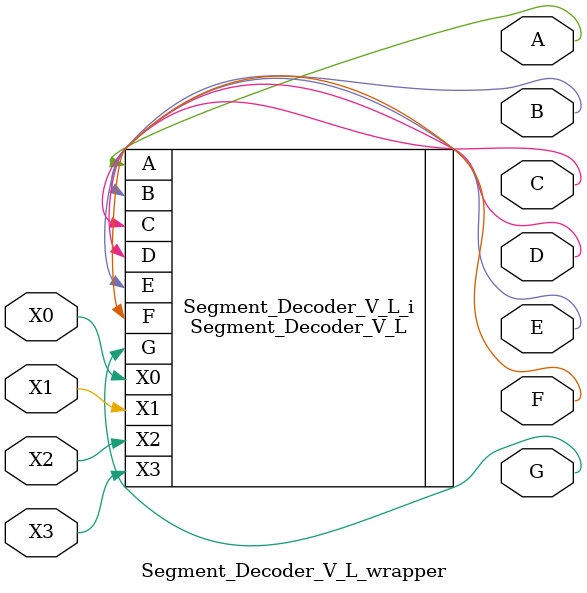
<source format=v>
`timescale 1 ps / 1 ps

module Segment_Decoder_V_L_wrapper
   (A,
    B,
    C,
    D,
    E,
    F,
    G,
    X0,
    X1,
    X2,
    X3);
  output A;
  output B;
  output C;
  output D;
  output E;
  output F;
  output G;
  input X0;
  input X1;
  input X2;
  input X3;

  wire A;
  wire B;
  wire C;
  wire D;
  wire E;
  wire F;
  wire G;
  wire X0;
  wire X1;
  wire X2;
  wire X3;

  Segment_Decoder_V_L Segment_Decoder_V_L_i
       (.A(A),
        .B(B),
        .C(C),
        .D(D),
        .E(E),
        .F(F),
        .G(G),
        .X0(X0),
        .X1(X1),
        .X2(X2),
        .X3(X3));
endmodule

</source>
